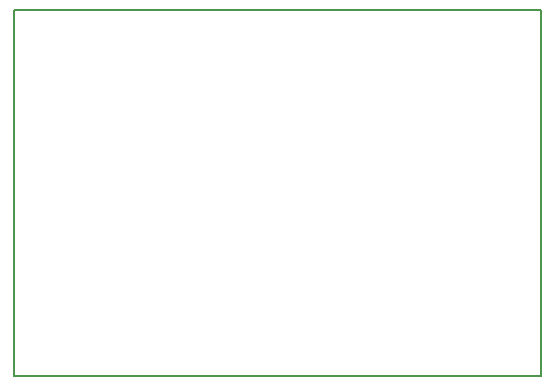
<source format=gbr>
G04 #@! TF.GenerationSoftware,KiCad,Pcbnew,(5.0.0-rc2-63-gd4393b281)*
G04 #@! TF.CreationDate,2018-06-11T18:19:14-07:00*
G04 #@! TF.ProjectId,H-THING,482D5448494E472E6B696361645F7063,rev?*
G04 #@! TF.SameCoordinates,Original*
G04 #@! TF.FileFunction,Profile,NP*
%FSLAX46Y46*%
G04 Gerber Fmt 4.6, Leading zero omitted, Abs format (unit mm)*
G04 Created by KiCad (PCBNEW (5.0.0-rc2-63-gd4393b281)) date 06/11/18 18:19:14*
%MOMM*%
%LPD*%
G01*
G04 APERTURE LIST*
%ADD10C,0.150000*%
G04 APERTURE END LIST*
D10*
X139065000Y-86741000D02*
X139065000Y-117729000D01*
X183642000Y-86741000D02*
X139065000Y-86741000D01*
X183642000Y-117729000D02*
X183642000Y-86741000D01*
X139065000Y-117729000D02*
X183642000Y-117729000D01*
M02*

</source>
